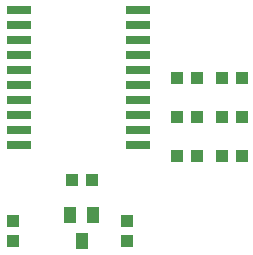
<source format=gbr>
G04 EAGLE Gerber RS-274X export*
G75*
%MOMM*%
%FSLAX34Y34*%
%LPD*%
%INSolderpaste Top*%
%IPPOS*%
%AMOC8*
5,1,8,0,0,1.08239X$1,22.5*%
G01*
%ADD10R,1.000000X1.100000*%
%ADD11R,1.100000X1.000000*%
%ADD12R,1.000000X1.400000*%
%ADD13R,2.032000X0.660400*%


D10*
X311540Y736600D03*
X328540Y736600D03*
X311540Y703580D03*
X328540Y703580D03*
X311540Y670560D03*
X328540Y670560D03*
X366640Y736600D03*
X349640Y736600D03*
X366640Y703580D03*
X349640Y703580D03*
X366640Y670560D03*
X349640Y670560D03*
D11*
X172720Y598560D03*
X172720Y615560D03*
D12*
X231140Y598600D03*
X221640Y620600D03*
X240640Y620600D03*
D10*
X269240Y598560D03*
X269240Y615560D03*
D11*
X222640Y650240D03*
X239640Y650240D03*
D13*
X278892Y679450D03*
X278892Y692150D03*
X278892Y704850D03*
X278892Y717550D03*
X278892Y730250D03*
X278892Y742950D03*
X278892Y755650D03*
X278892Y768350D03*
X178308Y768350D03*
X178308Y755650D03*
X178308Y742950D03*
X178308Y730250D03*
X178308Y717550D03*
X178308Y704850D03*
X178308Y692150D03*
X178308Y679450D03*
X278892Y781050D03*
X278892Y793750D03*
X178308Y781050D03*
X178308Y793750D03*
M02*

</source>
